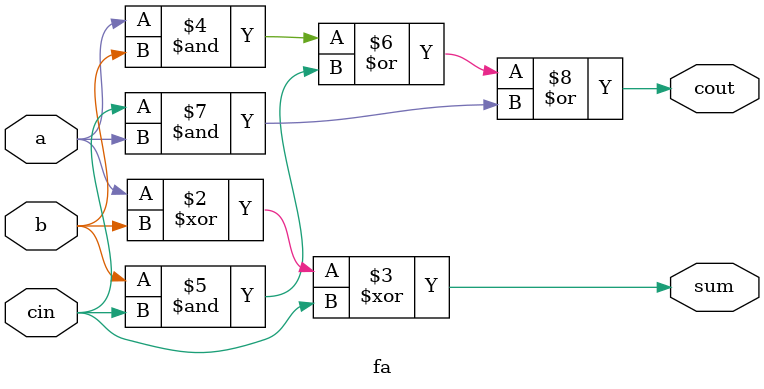
<source format=v>
module fa (a,b,cin,sum,cout);
input a,b,cin;
output reg sum,cout;
	always @(a or b or cin) begin
	sum=a ^ b ^ cin;
	cout=(a & b) | ( b & cin) | ( cin & a);
	end
endmodule


//# a=1 b=0 cin=0 sum=1 cout=0
//# a=0 b=0 cin=1 sum=1 cout=0
//# a=0 b=0 cin=1 sum=1 cout=0
//# a=0 b=1 cin=1 sum=0 cout=1
//# a=1 b=0 cin=1 sum=0 cout=1
//# a=1 b=0 cin=1 sum=0 cout=1
//# a=1 b=0 cin=1 sum=0 cout=1
//# a=0 b=1 cin=0 sum=1 cout=0
//# a=0 b=0 cin=0 sum=0 cout=0


</source>
